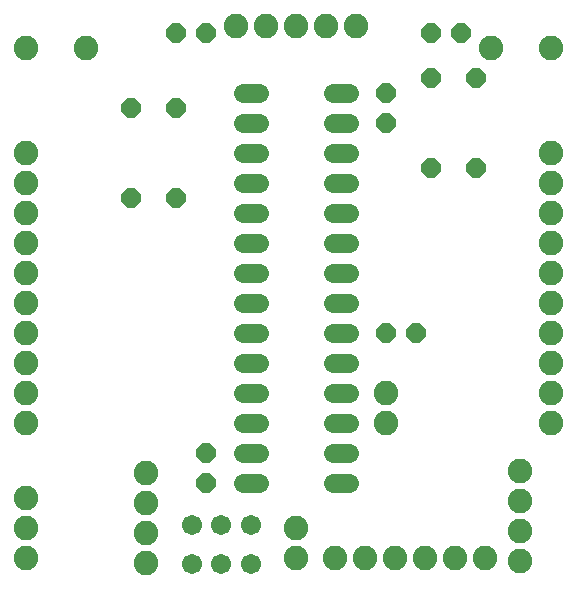
<source format=gbr>
G04 EAGLE Gerber RS-274X export*
G75*
%MOMM*%
%FSLAX34Y34*%
%LPD*%
%INSoldermask Top*%
%IPPOS*%
%AMOC8*
5,1,8,0,0,1.08239X$1,22.5*%
G01*
%ADD10P,1.759533X8X292.500000*%
%ADD11P,1.759533X8X22.500000*%
%ADD12P,1.759533X8X202.500000*%
%ADD13P,1.759533X8X112.500000*%
%ADD14C,1.625600*%
%ADD15C,2.082800*%
%ADD16C,1.712800*%


D10*
X330200Y419100D03*
X330200Y393700D03*
D11*
X330200Y215900D03*
X355600Y215900D03*
D10*
X177800Y114300D03*
X177800Y88900D03*
D11*
X368300Y469900D03*
X393700Y469900D03*
D12*
X177800Y469900D03*
X152400Y469900D03*
D13*
X368300Y355600D03*
X368300Y431800D03*
X152400Y330200D03*
X152400Y406400D03*
D10*
X406400Y431800D03*
X406400Y355600D03*
D13*
X114300Y330200D03*
X114300Y406400D03*
D14*
X208788Y419100D02*
X223012Y419100D01*
X223012Y393700D02*
X208788Y393700D01*
X208788Y368300D02*
X223012Y368300D01*
X223012Y342900D02*
X208788Y342900D01*
X208788Y317500D02*
X223012Y317500D01*
X223012Y292100D02*
X208788Y292100D01*
X208788Y266700D02*
X223012Y266700D01*
X223012Y241300D02*
X208788Y241300D01*
X208788Y215900D02*
X223012Y215900D01*
X223012Y190500D02*
X208788Y190500D01*
X208788Y165100D02*
X223012Y165100D01*
X223012Y139700D02*
X208788Y139700D01*
X208788Y114300D02*
X223012Y114300D01*
X223012Y88900D02*
X208788Y88900D01*
X284988Y88900D02*
X299212Y88900D01*
X299212Y114300D02*
X284988Y114300D01*
X284988Y139700D02*
X299212Y139700D01*
X299212Y165100D02*
X284988Y165100D01*
X284988Y190500D02*
X299212Y190500D01*
X299212Y215900D02*
X284988Y215900D01*
X284988Y241300D02*
X299212Y241300D01*
X299212Y266700D02*
X284988Y266700D01*
X284988Y292100D02*
X299212Y292100D01*
X299212Y317500D02*
X284988Y317500D01*
X284988Y342900D02*
X299212Y342900D01*
X299212Y368300D02*
X284988Y368300D01*
X284988Y393700D02*
X299212Y393700D01*
X299212Y419100D02*
X284988Y419100D01*
D15*
X330200Y165100D03*
X330200Y139700D03*
X469900Y368300D03*
X469900Y342900D03*
X469900Y317500D03*
X469900Y292100D03*
X469900Y266700D03*
X469900Y241300D03*
X469900Y215900D03*
X469900Y190500D03*
X469900Y165100D03*
X469900Y139700D03*
X25400Y241300D03*
X25400Y215900D03*
X25400Y190500D03*
X25400Y165100D03*
X25400Y139700D03*
X25400Y368300D03*
X25400Y342900D03*
X25400Y317500D03*
X25400Y292100D03*
X25400Y266700D03*
X25400Y76200D03*
X25400Y50800D03*
X25400Y25400D03*
X254000Y25400D03*
X254000Y50800D03*
D16*
X215500Y20330D03*
X190500Y20330D03*
X165500Y20330D03*
X165500Y53330D03*
X190500Y53330D03*
X215500Y53330D03*
D15*
X127000Y21590D03*
X127000Y46990D03*
X127000Y72390D03*
X127000Y97790D03*
X414020Y25400D03*
X388620Y25400D03*
X363220Y25400D03*
X337820Y25400D03*
X312420Y25400D03*
X287020Y25400D03*
X203200Y476250D03*
X228600Y476250D03*
X254000Y476250D03*
X279400Y476250D03*
X304800Y476250D03*
X443230Y22860D03*
X443230Y48260D03*
X443230Y73660D03*
X443230Y99060D03*
X419100Y457200D03*
X469900Y457200D03*
X76200Y457200D03*
X25400Y457200D03*
M02*

</source>
